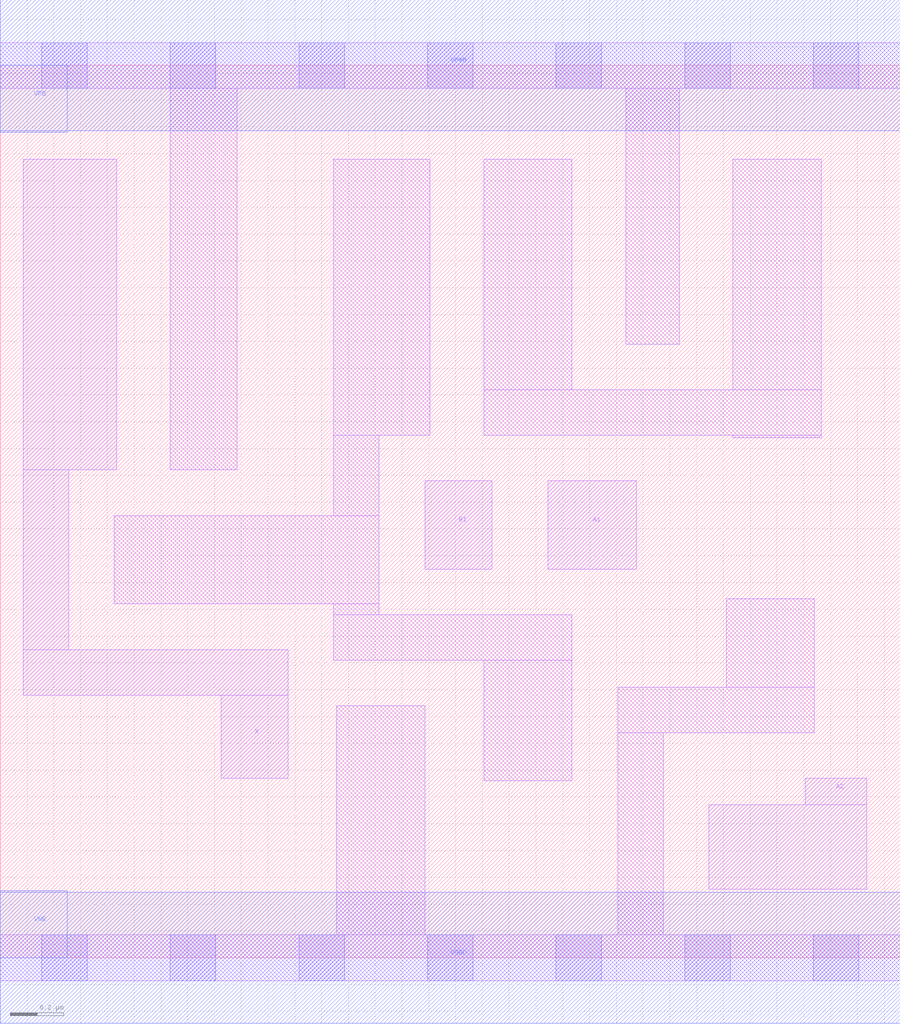
<source format=lef>
# Copyright 2020 The SkyWater PDK Authors
#
# Licensed under the Apache License, Version 2.0 (the "License");
# you may not use this file except in compliance with the License.
# You may obtain a copy of the License at
#
#     https://www.apache.org/licenses/LICENSE-2.0
#
# Unless required by applicable law or agreed to in writing, software
# distributed under the License is distributed on an "AS IS" BASIS,
# WITHOUT WARRANTIES OR CONDITIONS OF ANY KIND, either express or implied.
# See the License for the specific language governing permissions and
# limitations under the License.
#
# SPDX-License-Identifier: Apache-2.0

VERSION 5.5 ;
NAMESCASESENSITIVE ON ;
BUSBITCHARS "[]" ;
DIVIDERCHAR "/" ;
MACRO sky130_fd_sc_ms__a21o_1
  CLASS CORE ;
  SOURCE USER ;
  ORIGIN  0.000000  0.000000 ;
  SIZE  3.360000 BY  3.330000 ;
  SYMMETRY X Y ;
  SITE unit ;
  PIN A1
    ANTENNAGATEAREA  0.246000 ;
    DIRECTION INPUT ;
    USE SIGNAL ;
    PORT
      LAYER li1 ;
        RECT 2.045000 1.450000 2.375000 1.780000 ;
    END
  END A1
  PIN A2
    ANTENNAGATEAREA  0.246000 ;
    DIRECTION INPUT ;
    USE SIGNAL ;
    PORT
      LAYER li1 ;
        RECT 2.645000 0.255000 3.235000 0.570000 ;
        RECT 3.005000 0.570000 3.235000 0.670000 ;
    END
  END A2
  PIN B1
    ANTENNAGATEAREA  0.246000 ;
    DIRECTION INPUT ;
    USE SIGNAL ;
    PORT
      LAYER li1 ;
        RECT 1.585000 1.450000 1.835000 1.780000 ;
    END
  END B1
  PIN X
    ANTENNADIFFAREA  0.504100 ;
    DIRECTION OUTPUT ;
    USE SIGNAL ;
    PORT
      LAYER li1 ;
        RECT 0.085000 0.980000 1.075000 1.150000 ;
        RECT 0.085000 1.150000 0.255000 1.820000 ;
        RECT 0.085000 1.820000 0.435000 2.980000 ;
        RECT 0.825000 0.670000 1.075000 0.980000 ;
    END
  END X
  PIN VGND
    DIRECTION INOUT ;
    USE GROUND ;
    PORT
      LAYER met1 ;
        RECT 0.000000 -0.245000 3.360000 0.245000 ;
    END
  END VGND
  PIN VNB
    DIRECTION INOUT ;
    USE GROUND ;
    PORT
      LAYER met1 ;
        RECT 0.000000 0.000000 0.250000 0.250000 ;
    END
  END VNB
  PIN VPB
    DIRECTION INOUT ;
    USE POWER ;
    PORT
      LAYER met1 ;
        RECT 0.000000 3.080000 0.250000 3.330000 ;
    END
  END VPB
  PIN VPWR
    DIRECTION INOUT ;
    USE POWER ;
    PORT
      LAYER met1 ;
        RECT 0.000000 3.085000 3.360000 3.575000 ;
    END
  END VPWR
  OBS
    LAYER li1 ;
      RECT 0.000000 -0.085000 3.360000 0.085000 ;
      RECT 0.000000  3.245000 3.360000 3.415000 ;
      RECT 0.425000  1.320000 1.415000 1.650000 ;
      RECT 0.635000  1.820000 0.885000 3.245000 ;
      RECT 1.245000  1.110000 2.135000 1.280000 ;
      RECT 1.245000  1.280000 1.415000 1.320000 ;
      RECT 1.245000  1.650000 1.415000 1.950000 ;
      RECT 1.245000  1.950000 1.605000 2.980000 ;
      RECT 1.255000  0.085000 1.585000 0.940000 ;
      RECT 1.805000  0.660000 2.135000 1.110000 ;
      RECT 1.805000  1.950000 3.065000 2.120000 ;
      RECT 1.805000  2.120000 2.135000 2.980000 ;
      RECT 2.305000  0.085000 2.475000 0.840000 ;
      RECT 2.305000  0.840000 3.040000 1.010000 ;
      RECT 2.335000  2.290000 2.535000 3.245000 ;
      RECT 2.710000  1.010000 3.040000 1.340000 ;
      RECT 2.735000  1.940000 3.065000 1.950000 ;
      RECT 2.735000  2.120000 3.065000 2.980000 ;
    LAYER mcon ;
      RECT 0.155000 -0.085000 0.325000 0.085000 ;
      RECT 0.155000  3.245000 0.325000 3.415000 ;
      RECT 0.635000 -0.085000 0.805000 0.085000 ;
      RECT 0.635000  3.245000 0.805000 3.415000 ;
      RECT 1.115000 -0.085000 1.285000 0.085000 ;
      RECT 1.115000  3.245000 1.285000 3.415000 ;
      RECT 1.595000 -0.085000 1.765000 0.085000 ;
      RECT 1.595000  3.245000 1.765000 3.415000 ;
      RECT 2.075000 -0.085000 2.245000 0.085000 ;
      RECT 2.075000  3.245000 2.245000 3.415000 ;
      RECT 2.555000 -0.085000 2.725000 0.085000 ;
      RECT 2.555000  3.245000 2.725000 3.415000 ;
      RECT 3.035000 -0.085000 3.205000 0.085000 ;
      RECT 3.035000  3.245000 3.205000 3.415000 ;
  END
END sky130_fd_sc_ms__a21o_1
END LIBRARY

</source>
